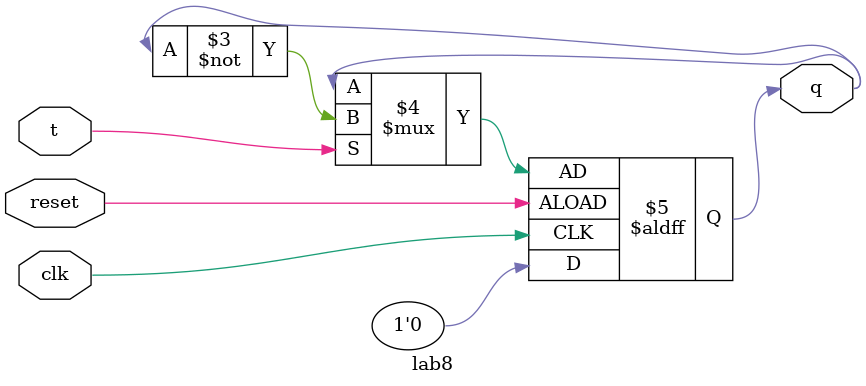
<source format=v>
module lab8 (
    input wire clk,
    input wire reset,
    input wire t,
    output reg q
);

    always @(posedge clk or posedge reset) begin
        if (~reset) begin
            q <= 1'b0;
        end else begin
            q <= t ? ~q : q;
        end
    end

endmodule
</source>
